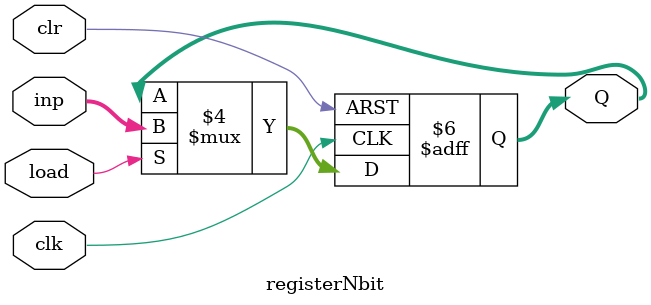
<source format=v>
/* N bit register */
module registerNbit #(parameter N = 8) (
    input wire load, 
    input wire clk,
    input wire clr,
    input wire [N - 1:0] inp,
    output reg [N - 1:0] Q
);

/* D fiop flop */
always @(posedge clk or posedge clr) begin
    if (clr == 1)
        Q <= 0;
    else if (load == 1)
        Q <= inp;
end

endmodule

</source>
